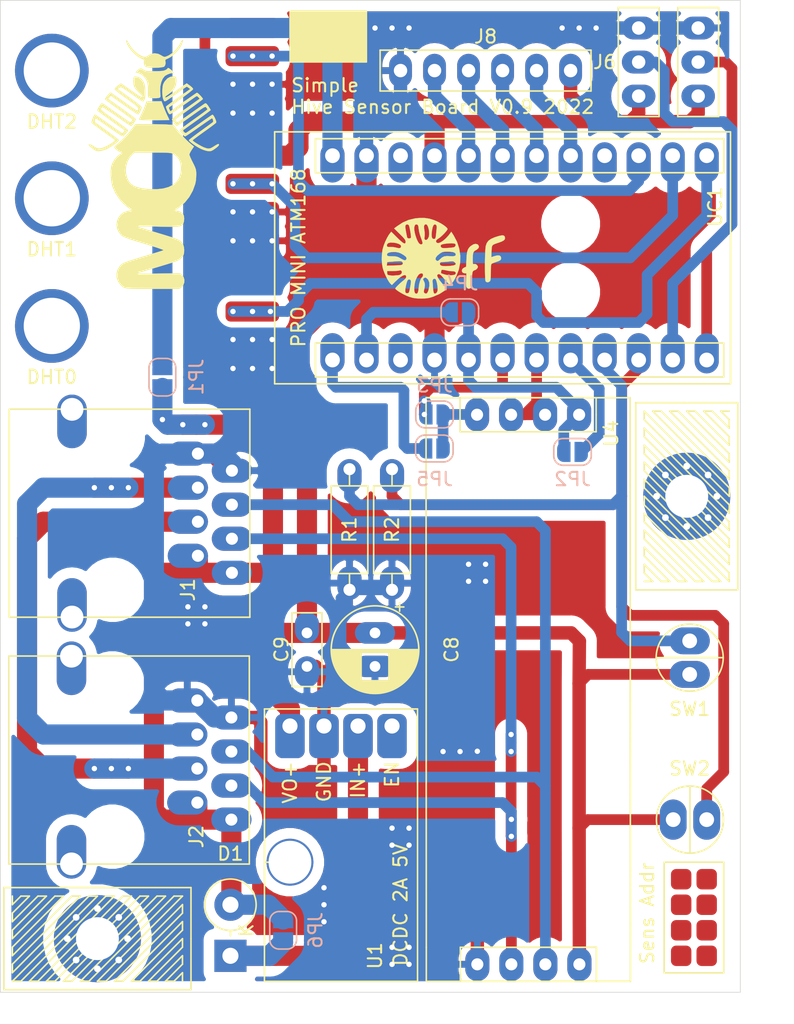
<source format=kicad_pcb>
(kicad_pcb (version 20171130) (host pcbnew 5.1.5+dfsg1-2build2)
  (layers (0 F.Cu signal) (31 B.Cu signal) (34 B.Paste user) (35 F.Paste user) (36 B.SilkS user) (37 F.SilkS user) (38 B.Mask user) (39 F.Mask user) (44 Edge.Cuts user))
  (net 0 "")
  (net 1 /MAX485_DE)
  (net 2 GND)
  (net 3 +5V)
  (net 4 /RS485_A)
  (net 5 /RS485_B)
  (net 6 /MAX485_DI)
  (net 7 /MAX485_RO)
  (net 8 "Net-(UC1-Pad15)")
  (net 9 "Net-(UC1-Pad10)")
  (net 10 +BATT)
  (net 11 "Net-(J1-Pad3)")
  (net 12 "Net-(D1-Pad1)")
  (net 13 "Net-(J1-Pad5)")
  (net 14 /DHT0_DATA)
  (net 15 /DHT1_DATA)
  (net 16 /DHT2_DATA)
  (net 17 /uRXD)
  (net 18 /uTXD)
  (net 19 "Net-(JP2-Pad1)")
  (net 20 "Net-(JP3-Pad1)")
  (net 21 "Net-(UC1-Pad4)")
  (net 22 "Net-(U1-Pad4)")
  (net 23 /GPIO2)
  (net 24 /GPIO3)
  (net 25 /GPIO1)
  (net 26 /GPIO0)
  (net 27 /GPIO4)
  (net 28 /GPIO5)
  (net 29 /GPIO6)
  (net 30 /GPIO7)
  (net 31 "Net-(JP1-Pad2)")
  (module myComponents:8BitNumberPlate (layer F.Cu) (at 76.835 144.78 90)
    (fp_text reference REF** hide)
    (fp_text value 8BitNumberPlate)
    (pad 1 smd roundrect (at 5.715 0 90) (size 1.524 1.524) (layers F.Cu F.Paste F.Mask))
    (pad 1 smd roundrect (at 5.715 1.905 90) (size 1.524 1.524) (layers F.Cu F.Paste F.Mask))
    (pad 1 smd roundrect (at 3.81 0 90) (size 1.524 1.524) (layers F.Cu F.Paste F.Mask))
    (pad 1 smd roundrect (at 3.81 1.905 90) (size 1.524 1.524) (layers F.Cu F.Paste F.Mask))
    (pad 1 smd roundrect (at 1.905 0 90) (size 1.524 1.524) (layers F.Cu F.Paste F.Mask))
    (pad 1 smd roundrect (at 1.905 1.905 90) (size 1.524 1.524) (layers F.Cu F.Paste F.Mask))
    (pad 1 smd roundrect (at 0 1.905 90) (size 1.524 1.524) (layers F.Cu F.Paste F.Mask))
    (pad 1 smd roundrect (at 0 0 90) (size 1.524 1.524) (layers F.Cu F.Paste F.Mask))
  )
  (module myComponents:ma_Logo (layer F.Cu) (at 37.465 85.725 90)
    (fp_text reference G*** hide)
    (fp_text value LOGO hide)
  )
  (module myComponents:xffLogo (layer F.Cu) (at 59.055 92.71)
    (fp_text reference G*** hide)
    (fp_text value LOGO hide)
  )
  (module myComponents:SW520-D5.2P2.5 (layer F.Cu) (at 78.74 134.62 180)
    (fp_text reference SW2 (at 1.27 3.81) (layer F.SilkS))
    (fp_text value SW_Push_45deg)
    (pad 2 thru_hole oval (at 2.5 0 180) (size 2 3) (drill 1.1) (layers *.Cu *.Mask) (net 3 +5V))
    (pad 1 thru_hole oval (at 0 0) (size 2 3) (drill 1.1) (layers *.Cu *.Mask) (net 26 /GPIO0))
  )
  (module myComponents:SW520-D5.2P2.5 (layer F.Cu) (at 77.47 121.285 270)
    (fp_text reference SW1 (at 5.08 0 180) (layer F.SilkS))
    (fp_text value SW_Push_45deg)
    (pad 2 thru_hole oval (at 2.5 0 270) (size 2 3) (drill 1.1) (layers *.Cu *.Mask) (net 3 +5V))
    (pad 1 thru_hole oval (at 0 0 90) (size 2 3) (drill 1.1) (layers *.Cu *.Mask) (net 25 /GPIO1))
  )
  (module Jumper:SolderJumper-2_P1.3mm_Open_RoundedPad1.0x1.5mm (layer B.Cu) (at 38.1 101.615 90)
    (fp_text reference JP1 (at 0.015 2.54 270) (layer B.SilkS) (effects (justify mirror)))
    (fp_text value Sold)
    (pad 2 smd custom (at 0.65 0 90) (size 1 0.5) (layers B.Cu B.Mask) (net 31 "Net-(JP1-Pad2)") (options (clearance outline) (anchor rect)) (primitives (gr_circle (center 0 -0.25) (end 0.5 -0.25) (width 0)) (gr_circle (center 0 0.25) (end 0.5 0.25) (width 0)) (gr_poly (pts (xy 0 0.75) (xy -0.5 0.75) (xy -0.5 -0.75) (xy 0 -0.75)) (width 0))))
    (pad 1 smd custom (at -0.65 0 90) (size 1 0.5) (layers B.Cu B.Mask) (net 10 +BATT) (options (clearance outline) (anchor rect)) (primitives (gr_circle (center 0 -0.25) (end 0.5 -0.25) (width 0)) (gr_circle (center 0 0.25) (end 0.5 0.25) (width 0)) (gr_poly (pts (xy 0 0.75) (xy 0.5 0.75) (xy 0.5 -0.75) (xy 0 -0.75)) (width 0))))
  )
  (module myComponents:Capker_L4.6mm_W2.0mm_P2.50mm (layer F.Cu) (at 48.895 120.69 270)
    (fp_text reference C9 (at 1.23 1.905 90) (layer F.SilkS))
    (fp_text value C)
    (pad 1 thru_hole oval (at 0 0 270) (size 2.3 1.8) (drill 0.8 (offset -0.4 0)) (layers *.Cu *.Mask) (net 3 +5V))
    (pad 2 thru_hole oval (at 2.5 0 270) (size 2.3 1.8) (drill 0.8 (offset 0.4 0)) (layers *.Cu *.Mask) (net 2 GND))
  )
  (module myComponents:RJ45 (layer F.Cu) (at 40.71 125.73 270)
    (fp_text reference J2 (at 10.16 0.07 90) (layer F.SilkS))
    (fp_text value RJ45_Shielded)
    (pad 10 thru_hole oval (at 12.192 9.398 180) (size 2.2 4) (drill 1.7 (offset 0 0.9)) (layers *.Cu *.Mask))
    (pad 10 thru_hole oval (at -3.302 9.398) (size 2.2 4) (drill 1.7 (offset 0 0.9)) (layers *.Cu *.Mask))
    (pad 8 thru_hole oval (at 8.89 -2.54 270) (size 1.8 3) (drill 0.9) (layers *.Cu *.Mask) (net 10 +BATT))
    (pad 7 thru_hole oval (at 7.62 0 270) (size 1.8 3) (drill 0.9 (offset 0 0.75)) (layers *.Cu *.Mask) (net 10 +BATT))
    (pad 6 thru_hole oval (at 6.35 -2.54 270) (size 1.8 3) (drill 0.9) (layers *.Cu *.Mask) (net 4 /RS485_A))
    (pad 5 thru_hole oval (at 5.08 0 270) (size 1.8 3) (drill 0.9 (offset 0 0.75)) (layers *.Cu *.Mask) (net 13 "Net-(J1-Pad5)"))
    (pad 4 thru_hole oval (at 3.81 -2.54 270) (size 1.8 3) (drill 0.9) (layers *.Cu *.Mask) (net 5 /RS485_B))
    (pad 3 thru_hole oval (at 2.54 0 270) (size 1.8 3) (drill 0.9 (offset 0 0.75)) (layers *.Cu *.Mask) (net 11 "Net-(J1-Pad3)"))
    (pad 2 thru_hole oval (at 1.27 -2.54 270) (size 1.8 3) (drill 0.9) (layers *.Cu *.Mask) (net 2 GND))
    (pad 1 thru_hole oval (at 0 0 270) (size 1.8 3) (drill 0.9 (offset 0 0.75)) (layers *.Cu *.Mask) (net 2 GND))
    (pad "" np_thru_hole circle (at -1.27 6.35 270) (size 3.2 3.2) (drill 3.2) (layers *.Cu *.Mask))
    (pad "" np_thru_hole circle (at 10.16 6.35 270) (size 3.2 3.2) (drill 3.2) (layers *.Cu *.Mask))
  )
  (module myComponents:RJ45 (layer F.Cu) (at 40.75 107.315 270)
    (fp_text reference J1 (at 10.16 0.745 90) (layer F.SilkS))
    (fp_text value RJ45_Shielded)
    (pad 10 thru_hole oval (at 12.192 9.398 180) (size 2.2 4) (drill 1.7 (offset 0 0.9)) (layers *.Cu *.Mask))
    (pad 10 thru_hole oval (at -3.302 9.398) (size 2.2 4) (drill 1.7 (offset 0 0.9)) (layers *.Cu *.Mask))
    (pad 8 thru_hole oval (at 8.89 -2.54 270) (size 1.8 3) (drill 0.9) (layers *.Cu *.Mask) (net 10 +BATT))
    (pad 7 thru_hole oval (at 7.62 0 270) (size 1.8 3) (drill 0.9 (offset 0 0.75)) (layers *.Cu *.Mask) (net 10 +BATT))
    (pad 6 thru_hole oval (at 6.35 -2.54 270) (size 1.8 3) (drill 0.9) (layers *.Cu *.Mask) (net 4 /RS485_A))
    (pad 5 thru_hole oval (at 5.08 0 270) (size 1.8 3) (drill 0.9 (offset 0 0.75)) (layers *.Cu *.Mask) (net 13 "Net-(J1-Pad5)"))
    (pad 4 thru_hole oval (at 3.81 -2.54 270) (size 1.8 3) (drill 0.9) (layers *.Cu *.Mask) (net 5 /RS485_B))
    (pad 3 thru_hole oval (at 2.54 0 270) (size 1.8 3) (drill 0.9 (offset 0 0.75)) (layers *.Cu *.Mask) (net 11 "Net-(J1-Pad3)"))
    (pad 2 thru_hole oval (at 1.27 -2.54 270) (size 1.8 3) (drill 0.9) (layers *.Cu *.Mask) (net 2 GND))
    (pad 1 thru_hole oval (at 0 0 270) (size 1.8 3) (drill 0.9 (offset 0 0.75)) (layers *.Cu *.Mask) (net 2 GND))
    (pad "" np_thru_hole circle (at -1.27 6.35 270) (size 3.2 3.2) (drill 3.2) (layers *.Cu *.Mask))
    (pad "" np_thru_hole circle (at 10.16 6.35 270) (size 3.2 3.2) (drill 3.2) (layers *.Cu *.Mask))
  )
  (module myComponents:ProMiniCloneSocket_noAnalogPins (layer F.Cu) (at 78.74 85.09 270)
    (fp_text reference UC1 (at 3.81 -0.635 90) (layer F.SilkS))
    (fp_text value ProMiniClone)
    (fp_text user "PRO MINI ATM168" (at 7.62 30.48 270) (layer F.SilkS))
    (pad "" np_thru_hole circle (at 5.08 10.16 270) (size 2.8 2.8) (drill 2.8) (layers *.Cu *.Mask))
    (pad "" np_thru_hole circle (at 10.16 10.16 270) (size 2.8 2.8) (drill 2.8) (layers *.Cu *.Mask))
    (pad 1 thru_hole oval (at 0 0 270) (size 3 1.8) (drill 1.1 (offset 0.5 0)) (layers *.Cu *.Mask) (net 14 /DHT0_DATA))
    (pad 2 thru_hole oval (at 0 2.54 270) (size 3 1.8) (drill 1.1 (offset 0.5 0)) (layers *.Cu *.Mask) (net 15 /DHT1_DATA))
    (pad 3 thru_hole oval (at 0 5.08 270) (size 3 1.8) (drill 1.1 (offset 0.5 0)) (layers *.Cu *.Mask) (net 16 /DHT2_DATA))
    (pad 4 thru_hole oval (at 0 7.62 270) (size 3 1.8) (drill 1.1 (offset 0.5 0)) (layers *.Cu *.Mask) (net 21 "Net-(UC1-Pad4)"))
    (pad 5 thru_hole oval (at 0 10.16 270) (size 3 1.8) (drill 1.1 (offset 0.5 0)) (layers *.Cu *.Mask) (net 27 /GPIO4))
    (pad 6 thru_hole oval (at 0 12.7 270) (size 3 1.8) (drill 1.1 (offset 0.5 0)) (layers *.Cu *.Mask) (net 28 /GPIO5))
    (pad 7 thru_hole oval (at 0 15.24 270) (size 3 1.8) (drill 1.1 (offset 0.5 0)) (layers *.Cu *.Mask) (net 29 /GPIO6))
    (pad 8 thru_hole oval (at 0 17.78 270) (size 3 1.8) (drill 1.1 (offset 0.5 0)) (layers *.Cu *.Mask) (net 30 /GPIO7))
    (pad 9 thru_hole oval (at 0 20.32 270) (size 3 1.8) (drill 1.1 (offset 0.5 0)) (layers *.Cu *.Mask) (net 3 +5V))
    (pad 10 thru_hole oval (at 0 22.86 270) (size 3 1.8) (drill 1.1 (offset 0.5 0)) (layers *.Cu *.Mask) (net 9 "Net-(UC1-Pad10)"))
    (pad 11 thru_hole oval (at 0 25.4 270) (size 3 1.8) (drill 1.1 (offset 0.5 0)) (layers *.Cu *.Mask) (net 2 GND))
    (pad 12 thru_hole oval (at 0 27.94 270) (size 3 1.8) (drill 1.1 (offset 0.5 0)) (layers *.Cu *.Mask) (net 31 "Net-(JP1-Pad2)"))
    (pad 19 thru_hole oval (at 15.24 12.7 90) (size 3 1.8) (drill 1.1 (offset 0.5 0)) (layers *.Cu *.Mask) (net 1 /MAX485_DE))
    (pad 17 thru_hole oval (at 15.24 17.78 90) (size 3 1.8) (drill 1.1 (offset 0.5 0)) (layers *.Cu *.Mask) (net 7 /MAX485_RO))
    (pad 15 thru_hole oval (at 15.24 22.86 90) (size 3 1.8) (drill 1.1 (offset 0.5 0)) (layers *.Cu *.Mask) (net 8 "Net-(UC1-Pad15)"))
    (pad 22 thru_hole oval (at 15.24 5.08 90) (size 3 1.8) (drill 1.1 (offset 0.5 0)) (layers *.Cu *.Mask) (net 26 /GPIO0))
    (pad 20 thru_hole oval (at 15.24 10.16 90) (size 3 1.8) (drill 1.1 (offset 0.5 0)) (layers *.Cu *.Mask) (net 19 "Net-(JP2-Pad1)"))
    (pad 16 thru_hole oval (at 15.24 20.32 90) (size 3 1.8) (drill 1.1 (offset 0.5 0)) (layers *.Cu *.Mask) (net 2 GND))
    (pad 23 thru_hole oval (at 15.24 2.54 90) (size 3 1.8) (drill 1.1 (offset 0.5 0)) (layers *.Cu *.Mask) (net 23 /GPIO2))
    (pad 14 thru_hole oval (at 15.24 25.4 90) (size 3 1.8) (drill 1.1 (offset 0.5 0)) (layers *.Cu *.Mask) (net 17 /uRXD))
    (pad 24 thru_hole oval (at 15.24 0 90) (size 3 1.8) (drill 1.1 (offset 0.5 0)) (layers *.Cu *.Mask) (net 24 /GPIO3))
    (pad 18 thru_hole oval (at 15.24 15.24 90) (size 3 1.8) (drill 1.1 (offset 0.5 0)) (layers *.Cu *.Mask) (net 20 "Net-(JP3-Pad1)"))
    (pad 13 thru_hole oval (at 15.24 27.94 90) (size 3 1.8) (drill 1.1 (offset 0.5 0)) (layers *.Cu *.Mask) (net 18 /uTXD))
    (pad 21 thru_hole oval (at 15.24 7.62 90) (size 3 1.8) (drill 1.1 (offset 0.5 0)) (layers *.Cu *.Mask) (net 25 /GPIO1))
  )
  (module "myComponents:M3 mechanical" (layer F.Cu) (at 77.25 110.5 180)
    (fp_text reference REF** hide)
    (fp_text value "M3 mechanical" hide)
    (pad "" thru_hole circle (at 0 0 180) (size 6.5 6.5) (drill 3.2) (layers *.Cu *.Mask))
    (pad 1 thru_hole circle (at -2.25 0 180) (size 0.8 0.8) (drill 0.5) (layers *.Cu *.Mask))
    (pad 1 thru_hole circle (at -1.59099 -1.59099 180) (size 0.8 0.8) (drill 0.5) (layers *.Cu *.Mask))
    (pad 1 thru_hole circle (at 1.59099 1.59099 180) (size 0.8 0.8) (drill 0.5) (layers *.Cu *.Mask))
    (pad 1 thru_hole circle (at 0 2.25 180) (size 0.8 0.8) (drill 0.5) (layers *.Cu *.Mask))
    (pad 1 thru_hole circle (at 0 -2.25 180) (size 0.8 0.8) (drill 0.5) (layers *.Cu *.Mask))
    (pad 1 thru_hole circle (at 1.59099 -1.59099 180) (size 0.8 0.8) (drill 0.5) (layers *.Cu *.Mask))
    (pad 1 thru_hole circle (at -1.59099 1.59099 180) (size 0.8 0.8) (drill 0.5) (layers *.Cu *.Mask))
    (pad 1 thru_hole circle (at 2.25 0 180) (size 0.8 0.8) (drill 0.5) (layers *.Cu *.Mask))
  )
  (module "myComponents:M3 mechanical" (layer F.Cu) (at 33.25 143.5 90)
    (fp_text reference REF** hide)
    (fp_text value "M3 mechanical" hide)
    (pad 1 thru_hole circle (at 2.25 0 90) (size 0.8 0.8) (drill 0.5) (layers *.Cu *.Mask))
    (pad 1 thru_hole circle (at -1.59099 1.59099 90) (size 0.8 0.8) (drill 0.5) (layers *.Cu *.Mask))
    (pad 1 thru_hole circle (at 1.59099 -1.59099 90) (size 0.8 0.8) (drill 0.5) (layers *.Cu *.Mask))
    (pad 1 thru_hole circle (at 0 -2.25 90) (size 0.8 0.8) (drill 0.5) (layers *.Cu *.Mask))
    (pad 1 thru_hole circle (at 0 2.25 90) (size 0.8 0.8) (drill 0.5) (layers *.Cu *.Mask))
    (pad 1 thru_hole circle (at 1.59099 1.59099 90) (size 0.8 0.8) (drill 0.5) (layers *.Cu *.Mask))
    (pad 1 thru_hole circle (at -1.59099 -1.59099 90) (size 0.8 0.8) (drill 0.5) (layers *.Cu *.Mask))
    (pad 1 thru_hole circle (at -2.25 0 90) (size 0.8 0.8) (drill 0.5) (layers *.Cu *.Mask))
    (pad "" thru_hole circle (at 0 0 90) (size 6.5 6.5) (drill 3.2) (layers *.Cu *.Mask))
  )
  (module myComponents:PinHeader_1x6_P2.54mm_widePads (layer F.Cu) (at 68.58 78.74 270)
    (fp_text reference J8 (at -2.54 6.35 180) (layer F.SilkS))
    (fp_text value Conn_01x06_Male hide)
    (pad 4 thru_hole oval (at 0 7.62 270) (size 2.5 1.7) (drill 1) (layers *.Cu *.Mask) (net 29 /GPIO6))
    (pad 5 thru_hole oval (at 0 10.16 270) (size 2.5 1.7) (drill 1) (layers *.Cu *.Mask) (net 30 /GPIO7))
    (pad 6 thru_hole oval (at 0 12.7 270) (size 2.5 1.7) (drill 1) (layers *.Cu *.Mask) (net 2 GND))
    (pad 3 thru_hole oval (at 0 5.08 270) (size 2.5 1.7) (drill 1) (layers *.Cu *.Mask) (net 28 /GPIO5))
    (pad 2 thru_hole oval (at 0 2.54 270) (size 2.5 1.7) (drill 1) (layers *.Cu *.Mask) (net 27 /GPIO4))
    (pad 1 thru_hole oval (at 0 0 270) (size 2.5 1.7) (drill 1) (layers *.Cu *.Mask) (net 3 +5V))
  )
  (module myComponents:Con_CopperPad1.5mmx4x4_withHole (layer F.Cu) (at 29.845 97.79)
    (fp_text reference J3 hide)
    (fp_text value Conn_01x04_Male hide)
    (pad 3 smd roundrect (at 13.97 1.025) (size 4 1.5) (drill (offset 1 0)) (layers F.Cu F.Paste F.Mask) (net 2 GND))
    (pad "" thru_hole circle (at 0 0) (size 5.5 5.5) (drill 4.2) (layers *.Cu *.Mask))
    (pad 1 smd roundrect (at 13.97 -3.175) (size 4 1.5) (drill (offset 1 0)) (layers F.Cu F.Paste F.Mask) (net 3 +5V))
    (pad 2 smd roundrect (at 13.97 -1.075) (size 4 1.5) (drill (offset 1 0)) (layers F.Cu F.Paste F.Mask) (net 14 /DHT0_DATA))
    (pad 4 smd roundrect (at 13.97 3.175) (size 4 1.5) (drill (offset 1 0)) (layers F.Cu F.Paste F.Mask) (net 2 GND))
  )
  (module myComponents:Con_CopperPad1.5mmx4x4_withHole (layer F.Cu) (at 29.845 88.265)
    (fp_text reference J4 hide)
    (fp_text value Conn_01x04_Male hide)
    (pad 3 smd roundrect (at 13.97 1.025) (size 4 1.5) (drill (offset 1 0)) (layers F.Cu F.Paste F.Mask) (net 2 GND))
    (pad "" thru_hole circle (at 0 0) (size 5.5 5.5) (drill 4.2) (layers *.Cu *.Mask))
    (pad 1 smd roundrect (at 13.97 -3.175) (size 4 1.5) (drill (offset 1 0)) (layers F.Cu F.Paste F.Mask) (net 3 +5V))
    (pad 2 smd roundrect (at 13.97 -1.075) (size 4 1.5) (drill (offset 1 0)) (layers F.Cu F.Paste F.Mask) (net 15 /DHT1_DATA))
    (pad 4 smd roundrect (at 13.97 3.175) (size 4 1.5) (drill (offset 1 0)) (layers F.Cu F.Paste F.Mask) (net 2 GND))
  )
  (module myComponents:Con_CopperPad1.5mmx4x4_withHole (layer F.Cu) (at 29.845 78.74)
    (fp_text reference J5 hide)
    (fp_text value Conn_01x04_Male hide)
    (pad 3 smd roundrect (at 13.97 1.025) (size 4 1.5) (drill (offset 1 0)) (layers F.Cu F.Paste F.Mask) (net 2 GND))
    (pad "" thru_hole circle (at 0 0) (size 5.5 5.5) (drill 4.2) (layers *.Cu *.Mask))
    (pad 1 smd roundrect (at 13.97 -3.175) (size 4 1.5) (drill (offset 1 0)) (layers F.Cu F.Paste F.Mask) (net 3 +5V))
    (pad 2 smd roundrect (at 13.97 -1.075) (size 4 1.5) (drill (offset 1 0)) (layers F.Cu F.Paste F.Mask) (net 16 /DHT2_DATA))
    (pad 4 smd roundrect (at 13.97 3.175) (size 4 1.5) (drill (offset 1 0)) (layers F.Cu F.Paste F.Mask) (net 2 GND))
  )
  (module myComponents:PinHeader_1x3_P2.54mm_widePads (layer F.Cu) (at 78.105 80.645 180)
    (fp_text reference J7 hide)
    (fp_text value Conn_01x03_Male hide)
    (pad 3 thru_hole oval (at 0 5.08 180) (size 2.5 1.7) (drill 1) (layers *.Cu *.Mask) (net 2 GND))
    (pad 2 thru_hole oval (at 0 2.54 180) (size 2.5 1.7) (drill 1) (layers *.Cu *.Mask) (net 24 /GPIO3))
    (pad 1 thru_hole oval (at 0 0 180) (size 2.5 1.7) (drill 1) (layers *.Cu *.Mask) (net 3 +5V))
  )
  (module myComponents:PinHeader_1x3_P2.54mm_widePads (layer F.Cu) (at 73.66 80.645 180)
    (fp_text reference J6 (at 2.54 2.54) (layer F.SilkS))
    (fp_text value Conn_01x03_Male hide)
    (pad 3 thru_hole oval (at 0 5.08 180) (size 2.5 1.7) (drill 1) (layers *.Cu *.Mask) (net 2 GND))
    (pad 2 thru_hole oval (at 0 2.54 180) (size 2.5 1.7) (drill 1) (layers *.Cu *.Mask) (net 23 /GPIO2))
    (pad 1 thru_hole oval (at 0 0 180) (size 2.5 1.7) (drill 1) (layers *.Cu *.Mask) (net 3 +5V))
  )
  (module myComponents:MAX485_module (layer F.Cu) (at 69.215 104.415 270)
    (fp_text reference U4 (at 1.4 -2.4 90) (layer F.SilkS))
    (fp_text value MAX48_module)
    (pad 6 thru_hole oval (at 41 5.06 90) (size 2.5 1.8) (drill 0.9) (layers *.Cu *.Mask) (net 4 /RS485_A))
    (pad 7 thru_hole oval (at 41 2.52 90) (size 2.5 1.8) (drill 0.9) (layers *.Cu *.Mask) (net 5 /RS485_B))
    (pad 5 thru_hole oval (at 41 7.6 90) (size 2.5 1.8) (drill 0.9) (layers *.Cu *.Mask) (net 2 GND))
    (pad 8 thru_hole oval (at 41 -0.02 90) (size 2.5 1.8) (drill 0.9) (layers *.Cu *.Mask) (net 3 +5V))
    (pad 4 thru_hole oval (at 0 7.62 270) (size 2.5 1.8) (drill 0.9) (layers *.Cu *.Mask) (net 6 /MAX485_DI))
    (pad 3 thru_hole oval (at 0 5.08 270) (size 2.5 1.8) (drill 0.9) (layers *.Cu *.Mask) (net 1 /MAX485_DE))
    (pad 2 thru_hole oval (at 0 2.54 270) (size 2.5 1.8) (drill 0.9) (layers *.Cu *.Mask) (net 1 /MAX485_DE))
    (pad 1 thru_hole oval (at 0 0 270) (size 2.5 1.8) (drill 0.9) (layers *.Cu *.Mask) (net 7 /MAX485_RO))
  )
  (module Jumper:SolderJumper-2_P1.3mm_Open_RoundedPad1.0x1.5mm (layer B.Cu) (at 47.117 142.875 90)
    (fp_text reference JP6 (at 0 2.413 90) (layer B.SilkS) (effects (justify mirror)))
    (fp_text value Sold)
    (pad 2 smd custom (at 0.65 0 90) (size 1 0.5) (layers B.Cu B.Mask) (net 10 +BATT) (options (clearance outline) (anchor rect)) (primitives (gr_circle (center 0 -0.25) (end 0.5 -0.25) (width 0)) (gr_circle (center 0 0.25) (end 0.5 0.25) (width 0)) (gr_poly (pts (xy 0 0.75) (xy -0.5 0.75) (xy -0.5 -0.75) (xy 0 -0.75)) (width 0))))
    (pad 1 smd custom (at -0.65 0 90) (size 1 0.5) (layers B.Cu B.Mask) (net 12 "Net-(D1-Pad1)") (options (clearance outline) (anchor rect)) (primitives (gr_circle (center 0 -0.25) (end 0.5 -0.25) (width 0)) (gr_circle (center 0 0.25) (end 0.5 0.25) (width 0)) (gr_poly (pts (xy 0 0.75) (xy 0.5 0.75) (xy 0.5 -0.75) (xy 0 -0.75)) (width 0))))
  )
  (module "myComponents:Step Down 1.8V 2.5V 3.3V 5V 9V 12V (08-17V) 3A" (layer F.Cu) (at 55.245 127.635 270)
    (fp_text reference U1 (at 17.145 1.27 270) (layer F.SilkS))
    (fp_text value QSKJ_DCDC_1.8,2.5,3.3,5,9,12 hide)
    (fp_text user "DCDC 2A 5V" (at 13.335 -0.635 270) (layer F.SilkS))
    (fp_text user VO+ (at 2.54 7.62 90) (layer F.SilkS) (effects (justify right)))
    (fp_text user GND (at 2.54 5.08 90) (layer F.SilkS) (effects (justify right)))
    (fp_text user IN+ (at 2.54 2.54 90) (layer F.SilkS) (effects (justify right)))
    (fp_text user EN (at 2.54 0 270) (layer F.SilkS) (effects (justify right)))
    (pad "" np_thru_hole circle (at 10.16 7.62 270) (size 3.5 3.5) (drill 3.2) (layers *.Cu *.Mask))
    (pad 1 thru_hole roundrect (at 0 7.62 270) (size 3.3 2.2) (drill 1.13 (offset 0.75 0)) (layers *.Cu *.Mask) (net 3 +5V))
    (pad 2 thru_hole roundrect (at 0 5.08 270) (size 3.3 2.2) (drill 1.13 (offset 0.75 0)) (layers *.Cu *.Mask) (net 2 GND))
    (pad 3 thru_hole roundrect (at 0 2.54 270) (size 3.3 2.2) (drill 1.13 (offset 0.75 0)) (layers *.Cu *.Mask) (net 12 "Net-(D1-Pad1)"))
    (pad 4 thru_hole roundrect (at 0 0 270) (size 3.3 2.2) (drill 1.13 (offset 0.75 0)) (layers *.Cu *.Mask) (net 22 "Net-(U1-Pad4)"))
  )
  (module Jumper:SolderJumper-2_P1.3mm_Open_RoundedPad1.0x1.5mm (layer B.Cu) (at 58.405 106.934 180)
    (fp_text reference JP5 (at -0.015 -2.286) (layer B.SilkS) (effects (justify mirror)))
    (fp_text value Sold)
    (pad 2 smd custom (at 0.65 0 180) (size 1 0.5) (layers B.Cu B.Mask) (net 18 /uTXD) (options (clearance outline) (anchor rect)) (primitives (gr_circle (center 0 -0.25) (end 0.5 -0.25) (width 0)) (gr_circle (center 0 0.25) (end 0.5 0.25) (width 0)) (gr_poly (pts (xy 0 0.75) (xy -0.5 0.75) (xy -0.5 -0.75) (xy 0 -0.75)) (width 0))))
    (pad 1 smd custom (at -0.65 0 180) (size 1 0.5) (layers B.Cu B.Mask) (net 6 /MAX485_DI) (options (clearance outline) (anchor rect)) (primitives (gr_circle (center 0 -0.25) (end 0.5 -0.25) (width 0)) (gr_circle (center 0 0.25) (end 0.5 0.25) (width 0)) (gr_poly (pts (xy 0 0.75) (xy 0.5 0.75) (xy 0.5 -0.75) (xy 0 -0.75)) (width 0))))
  )
  (module Jumper:SolderJumper-2_P1.3mm_Open_RoundedPad1.0x1.5mm (layer B.Cu) (at 60.31 96.774 180)
    (fp_text reference JP4 (at -0.015 2.159) (layer B.SilkS) (effects (justify mirror)))
    (fp_text value Sold)
    (pad 2 smd custom (at 0.65 0 180) (size 1 0.5) (layers B.Cu B.Mask) (net 17 /uRXD) (options (clearance outline) (anchor rect)) (primitives (gr_circle (center 0 -0.25) (end 0.5 -0.25) (width 0)) (gr_circle (center 0 0.25) (end 0.5 0.25) (width 0)) (gr_poly (pts (xy 0 0.75) (xy -0.5 0.75) (xy -0.5 -0.75) (xy 0 -0.75)) (width 0))))
    (pad 1 smd custom (at -0.65 0 180) (size 1 0.5) (layers B.Cu B.Mask) (net 7 /MAX485_RO) (options (clearance outline) (anchor rect)) (primitives (gr_circle (center 0 -0.25) (end 0.5 -0.25) (width 0)) (gr_circle (center 0 0.25) (end 0.5 0.25) (width 0)) (gr_poly (pts (xy 0 0.75) (xy 0.5 0.75) (xy 0.5 -0.75) (xy 0 -0.75)) (width 0))))
  )
  (module Jumper:SolderJumper-2_P1.3mm_Open_RoundedPad1.0x1.5mm (layer B.Cu) (at 58.42 104.394)
    (fp_text reference JP3 (at 0 -2.159) (layer B.SilkS) (effects (justify mirror)))
    (fp_text value Sold)
    (pad 2 smd custom (at 0.65 0) (size 1 0.5) (layers B.Cu B.Mask) (net 6 /MAX485_DI) (options (clearance outline) (anchor rect)) (primitives (gr_circle (center 0 -0.25) (end 0.5 -0.25) (width 0)) (gr_circle (center 0 0.25) (end 0.5 0.25) (width 0)) (gr_poly (pts (xy 0 0.75) (xy -0.5 0.75) (xy -0.5 -0.75) (xy 0 -0.75)) (width 0))))
    (pad 1 smd custom (at -0.65 0) (size 1 0.5) (layers B.Cu B.Mask) (net 20 "Net-(JP3-Pad1)") (options (clearance outline) (anchor rect)) (primitives (gr_circle (center 0 -0.25) (end 0.5 -0.25) (width 0)) (gr_circle (center 0 0.25) (end 0.5 0.25) (width 0)) (gr_poly (pts (xy 0 0.75) (xy 0.5 0.75) (xy 0.5 -0.75) (xy 0 -0.75)) (width 0))))
  )
  (module Jumper:SolderJumper-2_P1.3mm_Open_RoundedPad1.0x1.5mm (layer B.Cu) (at 68.722 107.188 180)
    (fp_text reference JP2 (at 0 -2.032) (layer B.SilkS) (effects (justify mirror)))
    (fp_text value Sold)
    (pad 2 smd custom (at 0.65 0 180) (size 1 0.5) (layers B.Cu B.Mask) (net 7 /MAX485_RO) (options (clearance outline) (anchor rect)) (primitives (gr_circle (center 0 -0.25) (end 0.5 -0.25) (width 0)) (gr_circle (center 0 0.25) (end 0.5 0.25) (width 0)) (gr_poly (pts (xy 0 0.75) (xy -0.5 0.75) (xy -0.5 -0.75) (xy 0 -0.75)) (width 0))))
    (pad 1 smd custom (at -0.65 0 180) (size 1 0.5) (layers B.Cu B.Mask) (net 19 "Net-(JP2-Pad1)") (options (clearance outline) (anchor rect)) (primitives (gr_circle (center 0 -0.25) (end 0.5 -0.25) (width 0)) (gr_circle (center 0 0.25) (end 0.5 0.25) (width 0)) (gr_poly (pts (xy 0 0.75) (xy 0.5 0.75) (xy 0.5 -0.75) (xy 0 -0.75)) (width 0))))
  )
  (module myComponents:CAP_Radial_D6.3mm_P2.50mm100uF16V (layer F.Cu) (at 53.975 120.69 270)
    (fp_text reference C8 (at 1.25 -5.715 270) (layer F.SilkS))
    (fp_text value CP1)
    (pad 2 thru_hole oval (at 2.5 0 270) (size 1.6 3) (drill 0.8) (layers *.Cu *.Mask) (net 2 GND))
    (pad 1 thru_hole oval (at 0 0) (size 3 1.6) (drill 0.8) (layers *.Cu *.Mask) (net 3 +5V))
  )
  (module Diode_THT:D_DO-15_P3.81mm_Vertical_KathodeUp (layer F.Cu) (at 43.18 144.78 90)
    (fp_text reference D1 (at 7.62 0 180) (layer F.SilkS))
    (fp_text value D_ALT)
    (fp_text user K (at 1.9 1.2 90) (layer F.SilkS))
    (pad 2 thru_hole oval (at 3.81 0 90) (size 2.4 2.4) (drill 1.2) (layers *.Cu *.Mask) (net 10 +BATT))
    (pad 1 thru_hole rect (at 0 0 90) (size 2.4 2.4) (drill 1.2) (layers *.Cu *.Mask) (net 12 "Net-(D1-Pad1)"))
  )
  (module myComponents:resistor0.25,9mm (layer F.Cu) (at 55.245 117.475 90)
    (fp_text reference R2 (at 4.48 0 90) (layer F.SilkS))
    (fp_text value R)
    (pad 2 thru_hole oval (at 9 0 90) (size 2.5 1.8) (drill 0.9 (offset -0.5 0)) (layers *.Cu *.Mask) (net 26 /GPIO0))
    (pad 1 thru_hole oval (at 0 0 90) (size 2.5 1.8) (drill 0.9 (offset 0.5 0)) (layers *.Cu *.Mask) (net 2 GND))
  )
  (module myComponents:resistor0.25,9mm (layer F.Cu) (at 52.07 117.475 90)
    (fp_text reference R1 (at 4.48 0 90) (layer F.SilkS))
    (fp_text value R)
    (pad 2 thru_hole oval (at 9 0 90) (size 2.5 1.8) (drill 0.9 (offset -0.5 0)) (layers *.Cu *.Mask) (net 25 /GPIO1))
    (pad 1 thru_hole oval (at 0 0 90) (size 2.5 1.8) (drill 0.9 (offset 0.5 0)) (layers *.Cu *.Mask) (net 2 GND))
  )
  (gr_text "Sens Addr" (at 74.295 141.605 90) (layer F.SilkS) (effects (font (size 1 1))))
  (gr_poly (pts (xy 53.34 78.105) (xy 47.625 78.105) (xy 47.625 74.295) (xy 53.34 74.295)) (layer F.SilkS) (width 0.1))
  (gr_text "Simple\nHive Sensor Board V0.9 2022" (at 47.625 80.645) (layer F.SilkS) (effects (font (size 1 1)) (justify left)))
  (gr_line (start 75.565 146.05) (end 75.565 137.795) (layer F.SilkS) (width 0.12))
  (gr_line (start 80.01 146.05) (end 75.565 146.05) (layer F.SilkS) (width 0.12))
  (gr_line (start 80.01 137.795) (end 80.01 146.05) (layer F.SilkS) (width 0.12))
  (gr_line (start 75.565 137.795) (end 80.01 137.795) (layer F.SilkS) (width 0.12))
  (gr_text DHT0 (at 29.845 101.6) (layer F.SilkS) (effects (font (size 1 1))))
  (gr_text DHT1 (at 29.845 92.075) (layer F.SilkS) (effects (font (size 1 1))))
  (gr_text DHT2 (at 29.845 82.55) (layer F.SilkS) (effects (font (size 1 1))))
  (gr_line (start 81.25 103.5) (end 81.25 147.5) (layer Edge.Cuts) (width 0.05))
  (gr_line (start 26 147.5) (end 81.25 147.5) (layer Edge.Cuts) (width 0.05))
  (gr_line (start 26 73.5) (end 26 147.5) (layer Edge.Cuts) (width 0.05))
  (gr_line (start 81.25 73.5) (end 26 73.5) (layer Edge.Cuts) (width 0.05))
  (gr_line (start 81.25 103.5) (end 81.25 73.5) (layer Edge.Cuts) (width 0.05))
  (segment (start 64.135 104.415) (end 65.13 104.415) (width 0.8) (layer F.Cu) (net 1))
  (segment (start 65.13 104.415) (end 66.04 103.505) (width 0.8) (layer F.Cu) (net 1))
  (segment (start 66.04 103.505) (end 66.04 100.33) (width 0.8) (layer F.Cu) (net 1))
  (segment (start 66.675 104.415) (end 64.135 104.415) (width 0.8) (layer F.Cu) (net 1))
  (segment (start 66.675 104.14) (end 66.04 103.505) (width 0.8) (layer F.Cu) (net 1))
  (segment (start 66.675 104.415) (end 66.675 104.14) (width 0.8) (layer F.Cu) (net 1))
  (via (at 43.3705 100.965) (size 0.8) (drill 0.4) (layers F.Cu B.Cu) (net 2))
  (via (at 44.831 100.965) (size 0.8) (drill 0.4) (layers F.Cu B.Cu) (net 2))
  (via (at 46.2915 100.965) (size 0.8) (drill 0.4) (layers F.Cu B.Cu) (net 2))
  (via (at 43.3705 98.806) (size 0.8) (drill 0.4) (layers F.Cu B.Cu) (net 2))
  (via (at 44.831 98.806) (size 0.8) (drill 0.4) (layers F.Cu B.Cu) (net 2))
  (via (at 46.2915 98.806) (size 0.8) (drill 0.4) (layers F.Cu B.Cu) (net 2))
  (via (at 43.3705 91.44) (size 0.8) (drill 0.4) (layers F.Cu B.Cu) (net 2))
  (via (at 44.831 91.44) (size 0.8) (drill 0.4) (layers F.Cu B.Cu) (net 2))
  (via (at 46.2915 91.44) (size 0.8) (drill 0.4) (layers F.Cu B.Cu) (net 2))
  (via (at 43.3705 89.281) (size 0.8) (drill 0.4) (layers F.Cu B.Cu) (net 2))
  (via (at 44.831 89.281) (size 0.8) (drill 0.4) (layers F.Cu B.Cu) (net 2))
  (via (at 46.2915 89.281) (size 0.8) (drill 0.4) (layers F.Cu B.Cu) (net 2))
  (via (at 43.3705 81.915) (size 0.8) (drill 0.4) (layers F.Cu B.Cu) (net 2))
  (via (at 44.831 81.915) (size 0.8) (drill 0.4) (layers F.Cu B.Cu) (net 2))
  (via (at 46.2915 81.915) (size 0.8) (drill 0.4) (layers F.Cu B.Cu) (net 2))
  (via (at 43.3705 79.756) (size 0.8) (drill 0.4) (layers F.Cu B.Cu) (net 2))
  (via (at 44.831 79.756) (size 0.8) (drill 0.4) (layers F.Cu B.Cu) (net 2))
  (via (at 46.2915 79.756) (size 0.8) (drill 0.4) (layers F.Cu B.Cu) (net 2))
  (segment (start 50.165 127.635) (end 50.165 130.81) (width 1) (layer F.Cu) (net 2))
  (segment (start 50.165 130.81) (end 49.53 131.445) (width 1) (layer F.Cu) (net 2))
  (segment (start 49.53 131.445) (end 46.355 131.445) (width 1) (layer F.Cu) (net 2))
  (segment (start 45.45001 130.54001) (end 45.45001 127.36501) (width 1) (layer F.Cu) (net 2))
  (segment (start 46.355 131.445) (end 45.45001 130.54001) (width 1) (layer F.Cu) (net 2))
  (segment (start 45.085 127) (end 43.25 127) (width 1) (layer F.Cu) (net 2))
  (segment (start 45.45001 127.36501) (end 45.085 127) (width 1) (layer F.Cu) (net 2))
  (segment (start 50.165 127.635) (end 50.165 123.825) (width 1) (layer F.Cu) (net 2))
  (segment (start 50.165 123.825) (end 49.53 123.19) (width 1) (layer F.Cu) (net 2))
  (segment (start 49.53 123.19) (end 48.895 123.19) (width 1) (layer F.Cu) (net 2))
  (segment (start 50.165 123.825) (end 50.8 123.19) (width 1) (layer F.Cu) (net 2))
  (segment (start 50.8 123.19) (end 53.975 123.19) (width 1) (layer F.Cu) (net 2))
  (segment (start 61.615 145.415) (end 61.615 129.52) (width 1) (layer F.Cu) (net 2))
  (segment (start 60.96 123.19) (end 53.975 123.19) (width 1) (layer F.Cu) (net 2))
  (segment (start 61.615 123.845) (end 60.96 123.19) (width 1) (layer F.Cu) (net 2))
  (segment (start 42.02 107.315) (end 43.29 108.585) (width 1.5) (layer F.Cu) (net 2))
  (segment (start 40.75 107.315) (end 42.02 107.315) (width 1.5) (layer F.Cu) (net 2))
  (segment (start 58.42 91.186) (end 57.667 90.433) (width 1.5) (layer F.Cu) (net 2))
  (segment (start 53.34 85.09) (end 53.34 90.424) (width 1.5) (layer F.Cu) (net 2))
  (segment (start 57.667 90.433) (end 53.34 90.424) (width 1.5) (layer F.Cu) (net 2))
  (segment (start 46.2825 98.815) (end 46.2915 98.806) (width 1.5) (layer F.Cu) (net 2))
  (segment (start 43.815 98.815) (end 46.2825 98.815) (width 1.5) (layer F.Cu) (net 2))
  (segment (start 43.815 98.815) (end 47.87 98.815) (width 1.5) (layer F.Cu) (net 2))
  (segment (start 47.87 98.815) (end 50.165 96.52) (width 1.5) (layer F.Cu) (net 2))
  (segment (start 50.165 96.52) (end 58.42 96.52) (width 1.5) (layer F.Cu) (net 2))
  (segment (start 58.42 96.52) (end 58.42 91.186) (width 1.5) (layer F.Cu) (net 2))
  (segment (start 58.42 100.33) (end 58.42 96.52) (width 1.5) (layer F.Cu) (net 2))
  (segment (start 46.2915 98.806) (end 43.3705 98.806) (width 1.5) (layer B.Cu) (net 2))
  (segment (start 43.3705 98.806) (end 43.3705 106.4895) (width 1.5) (layer B.Cu) (net 2))
  (segment (start 42.545 107.315) (end 40.75 107.315) (width 1.5) (layer B.Cu) (net 2))
  (segment (start 43.3705 106.4895) (end 42.545 107.315) (width 1.5) (layer B.Cu) (net 2))
  (segment (start 43.29 108.06) (end 42.545 107.315) (width 1.5) (layer B.Cu) (net 2))
  (segment (start 43.29 108.585) (end 43.29 108.06) (width 1.5) (layer B.Cu) (net 2))
  (segment (start 46.2915 100.965) (end 41.91 100.965) (width 0.8) (layer B.Cu) (net 2))
  (segment (start 41.91 100.965) (end 41.275 100.33) (width 0.8) (layer B.Cu) (net 2))
  (segment (start 41.275 100.33) (end 41.275 99.06) (width 0.8) (layer B.Cu) (net 2))
  (segment (start 41.529 98.806) (end 46.2915 98.806) (width 0.8) (layer B.Cu) (net 2))
  (segment (start 41.275 99.06) (end 41.529 98.806) (width 0.8) (layer B.Cu) (net 2))
  (segment (start 46.2915 91.44) (end 41.91 91.44) (width 0.8) (layer B.Cu) (net 2))
  (segment (start 41.91 91.44) (end 41.275 90.805) (width 0.8) (layer B.Cu) (net 2))
  (segment (start 41.275 90.805) (end 41.275 89.535) (width 0.8) (layer B.Cu) (net 2))
  (segment (start 41.529 89.281) (end 46.2915 89.281) (width 0.8) (layer B.Cu) (net 2))
  (segment (start 41.275 89.535) (end 41.529 89.281) (width 0.8) (layer B.Cu) (net 2))
  (segment (start 41.529 79.756) (end 46.2915 79.756) (width 0.8) (layer B.Cu) (net 2))
  (segment (start 41.275 80.01) (end 41.529 79.756) (width 0.8) (layer B.Cu) (net 2))
  (segment (start 41.275 81.28) (end 41.275 80.01) (width 0.8) (layer B.Cu) (net 2))
  (segment (start 41.91 81.915) (end 41.275 81.28) (width 0.8) (layer B.Cu) (net 2))
  (segment (start 46.2915 81.915) (end 41.91 81.915) (width 0.8) (layer B.Cu) (net 2))
  (segment (start 41.275 92.075) (end 41.91 91.44) (width 0.8) (layer B.Cu) (net 2))
  (segment (start 41.275 99.06) (end 41.275 92.075) (width 0.8) (layer B.Cu) (net 2))
  (segment (start 41.275 82.55) (end 41.91 81.915) (width 0.8) (layer B.Cu) (net 2))
  (segment (start 41.275 89.535) (end 41.275 82.55) (width 0.8) (layer B.Cu) (net 2))
  (segment (start 41.98 127) (end 40.71 125.73) (width 1.5) (layer B.Cu) (net 2))
  (segment (start 43.25 127) (end 41.98 127) (width 1.5) (layer B.Cu) (net 2))
  (segment (start 40.71 125.73) (end 38.1 125.73) (width 1.5) (layer B.Cu) (net 2))
  (segment (start 38.1 125.73) (end 37.465 125.095) (width 1.5) (layer B.Cu) (net 2))
  (segment (start 37.465 125.095) (end 37.465 107.95) (width 1.5) (layer B.Cu) (net 2))
  (segment (start 37.465 107.95) (end 38.1 107.315) (width 1.5) (layer B.Cu) (net 2))
  (segment (start 38.1 107.315) (end 40.75 107.315) (width 1.5) (layer B.Cu) (net 2))
  (segment (start 78.105 75.565) (end 73.66 75.565) (width 1) (layer B.Cu) (net 2))
  (segment (start 73.66 75.565) (end 70.485 75.565) (width 1) (layer B.Cu) (net 2))
  (segment (start 53.975 75.565) (end 53.34 76.2) (width 1) (layer B.Cu) (net 2))
  (segment (start 53.34 82.55) (end 53.34 85.09) (width 1) (layer B.Cu) (net 2))
  (segment (start 55.88 78.74) (end 55.88 80.645) (width 1) (layer B.Cu) (net 2))
  (segment (start 55.88 80.645) (end 55.245 81.28) (width 1) (layer B.Cu) (net 2))
  (segment (start 55.245 81.28) (end 53.34 81.28) (width 1) (layer B.Cu) (net 2))
  (segment (start 53.34 81.28) (end 53.34 82.55) (width 1) (layer B.Cu) (net 2))
  (segment (start 53.34 76.2) (end 53.34 81.28) (width 1) (layer B.Cu) (net 2))
  (segment (start 51.435 118.11) (end 52.07 117.475) (width 0.8) (layer B.Cu) (net 2))
  (segment (start 51.435 121.92) (end 51.435 118.11) (width 0.8) (layer B.Cu) (net 2))
  (segment (start 52.705 123.19) (end 51.435 121.92) (width 0.8) (layer B.Cu) (net 2))
  (segment (start 53.975 123.19) (end 52.705 123.19) (width 0.8) (layer B.Cu) (net 2))
  (segment (start 52.07 117.475) (end 55.245 117.475) (width 0.8) (layer B.Cu) (net 2))
  (via (at 62.23 115.57) (size 0.8) (drill 0.4) (layers F.Cu B.Cu) (net 2))
  (via (at 62.23 116.84) (size 0.8) (drill 0.4) (layers F.Cu B.Cu) (net 2))
  (via (at 60.96 116.84) (size 0.8) (drill 0.4) (layers F.Cu B.Cu) (net 2))
  (via (at 60.96 115.57) (size 0.8) (drill 0.4) (layers F.Cu B.Cu) (net 2))
  (via (at 40.005 118.745) (size 0.8) (drill 0.4) (layers F.Cu B.Cu) (net 2))
  (via (at 41.275 118.745) (size 0.8) (drill 0.4) (layers F.Cu B.Cu) (net 2))
  (via (at 41.275 120.015) (size 0.8) (drill 0.4) (layers F.Cu B.Cu) (net 2))
  (via (at 40.005 120.015) (size 0.8) (drill 0.4) (layers F.Cu B.Cu) (net 2))
  (via (at 55.245 135.255) (size 0.8) (drill 0.4) (layers F.Cu B.Cu) (net 2))
  (via (at 56.515 135.255) (size 0.8) (drill 0.4) (layers F.Cu B.Cu) (net 2))
  (via (at 56.515 136.525) (size 0.8) (drill 0.4) (layers F.Cu B.Cu) (net 2))
  (via (at 55.245 136.525) (size 0.8) (drill 0.4) (layers F.Cu B.Cu) (net 2))
  (via (at 55.245 145.415) (size 0.8) (drill 0.4) (layers F.Cu B.Cu) (net 2))
  (via (at 55.245 144.145) (size 0.8) (drill 0.4) (layers F.Cu B.Cu) (net 2))
  (via (at 56.515 144.145) (size 0.8) (drill 0.4) (layers F.Cu B.Cu) (net 2))
  (via (at 56.515 145.415) (size 0.8) (drill 0.4) (layers F.Cu B.Cu) (net 2))
  (via (at 50.165 142.24) (size 0.8) (drill 0.4) (layers F.Cu B.Cu) (net 2))
  (via (at 50.165 140.97) (size 0.8) (drill 0.4) (layers F.Cu B.Cu) (net 2))
  (via (at 50.165 139.7) (size 0.8) (drill 0.4) (layers F.Cu B.Cu) (net 2))
  (segment (start 61.615 129.52) (end 61.615 123.845) (width 1) (layer F.Cu) (net 2))
  (via (at 61.615 129.52) (size 0.8) (drill 0.4) (layers F.Cu B.Cu) (net 2))
  (via (at 60.325 129.54) (size 0.8) (drill 0.4) (layers F.Cu B.Cu) (net 2))
  (via (at 59.055 129.54) (size 0.8) (drill 0.4) (layers F.Cu B.Cu) (net 2))
  (segment (start 70.485 75.565) (end 69.215 75.565) (width 1) (layer B.Cu) (net 2))
  (via (at 70.485 75.565) (size 0.8) (drill 0.4) (layers F.Cu B.Cu) (net 2))
  (segment (start 69.215 75.565) (end 67.945 75.565) (width 1) (layer B.Cu) (net 2))
  (via (at 69.215 75.565) (size 0.8) (drill 0.4) (layers F.Cu B.Cu) (net 2))
  (segment (start 67.945 75.565) (end 56.515 75.565) (width 1) (layer B.Cu) (net 2))
  (via (at 67.945 75.565) (size 0.8) (drill 0.4) (layers F.Cu B.Cu) (net 2))
  (segment (start 53.975 75.565) (end 53.975 75.565) (width 1) (layer B.Cu) (net 2))
  (via (at 53.975 75.565) (size 0.8) (drill 0.4) (layers F.Cu B.Cu) (net 2))
  (segment (start 55.245 75.565) (end 53.975 75.565) (width 1) (layer B.Cu) (net 2))
  (via (at 55.245 75.565) (size 0.8) (drill 0.4) (layers F.Cu B.Cu) (net 2))
  (segment (start 56.515 75.565) (end 55.245 75.565) (width 1) (layer B.Cu) (net 2))
  (via (at 56.515 75.565) (size 0.8) (drill 0.4) (layers F.Cu B.Cu) (net 2))
  (segment (start 68.62 120.69) (end 53.975 120.69) (width 1) (layer F.Cu) (net 3))
  (segment (start 69.235 121.305) (end 68.62 120.69) (width 1) (layer F.Cu) (net 3))
  (segment (start 43.815 85.09) (end 47.625 85.09) (width 1.5) (layer F.Cu) (net 3))
  (segment (start 47.625 85.09) (end 48.26 84.455) (width 1.5) (layer F.Cu) (net 3))
  (segment (start 48.26 84.455) (end 48.26 83.185) (width 1.5) (layer F.Cu) (net 3))
  (segment (start 48.26 83.185) (end 48.895 82.55) (width 1.5) (layer F.Cu) (net 3))
  (segment (start 48.895 82.55) (end 57.785 82.55) (width 1.5) (layer F.Cu) (net 3))
  (segment (start 58.42 83.185) (end 58.42 85.09) (width 1.5) (layer F.Cu) (net 3))
  (segment (start 57.785 82.55) (end 58.42 83.185) (width 1.5) (layer F.Cu) (net 3))
  (segment (start 43.815 85.09) (end 41.91 85.09) (width 1.5) (layer F.Cu) (net 3))
  (segment (start 41.91 85.09) (end 41.275 85.725) (width 1.5) (layer F.Cu) (net 3))
  (segment (start 53.975 120.69) (end 48.895 120.69) (width 1.5) (layer F.Cu) (net 3))
  (segment (start 43.815 94.615) (end 41.275 94.615) (width 0.8) (layer F.Cu) (net 3))
  (segment (start 41.275 85.725) (end 41.275 94.615) (width 1.5) (layer F.Cu) (net 3))
  (segment (start 43.815 75.565) (end 41.91 75.565) (width 0.8) (layer F.Cu) (net 3))
  (segment (start 41.91 75.565) (end 41.275 76.2) (width 0.8) (layer F.Cu) (net 3))
  (segment (start 41.275 76.2) (end 41.275 84.455) (width 0.8) (layer F.Cu) (net 3))
  (segment (start 41.275 84.455) (end 41.91 85.09) (width 0.8) (layer F.Cu) (net 3))
  (segment (start 73.025 82.55) (end 73.66 81.915) (width 1) (layer F.Cu) (net 3))
  (segment (start 73.66 81.915) (end 73.66 80.645) (width 1) (layer F.Cu) (net 3))
  (segment (start 78.105 80.645) (end 78.105 81.915) (width 1) (layer F.Cu) (net 3))
  (segment (start 78.105 81.915) (end 77.47 82.55) (width 1) (layer F.Cu) (net 3))
  (segment (start 77.47 82.55) (end 73.025 82.55) (width 1) (layer F.Cu) (net 3))
  (segment (start 71.12 82.55) (end 73.025 82.55) (width 1) (layer F.Cu) (net 3))
  (segment (start 68.58 78.74) (end 68.58 80.645) (width 1) (layer F.Cu) (net 3))
  (segment (start 68.58 80.645) (end 70.485 82.55) (width 1) (layer F.Cu) (net 3))
  (segment (start 70.485 82.55) (end 71.12 82.55) (width 1) (layer F.Cu) (net 3))
  (segment (start 57.785 82.55) (end 70.485 82.55) (width 1) (layer F.Cu) (net 3))
  (segment (start 76.24 134.62) (end 69.85 134.62) (width 0.8) (layer F.Cu) (net 3))
  (segment (start 69.85 134.62) (end 69.215 135.255) (width 0.8) (layer F.Cu) (net 3))
  (segment (start 69.235 145.415) (end 69.215 135.255) (width 1) (layer F.Cu) (net 3))
  (segment (start 77.47 123.785) (end 69.89 123.785) (width 0.8) (layer F.Cu) (net 3))
  (segment (start 69.89 123.785) (end 69.215 124.46) (width 0.8) (layer F.Cu) (net 3))
  (segment (start 69.215 124.46) (end 69.235 121.305) (width 1) (layer F.Cu) (net 3))
  (segment (start 69.215 135.255) (end 69.215 124.46) (width 1) (layer F.Cu) (net 3))
  (segment (start 41.275 94.615) (end 41.275 102.235) (width 1.5) (layer F.Cu) (net 3))
  (segment (start 41.275 102.235) (end 41.91 102.87) (width 1.5) (layer F.Cu) (net 3))
  (segment (start 41.91 102.87) (end 48.26 102.87) (width 1.5) (layer F.Cu) (net 3))
  (segment (start 48.895 103.505) (end 48.895 120.69) (width 1.5) (layer F.Cu) (net 3))
  (segment (start 48.26 102.87) (end 48.895 103.505) (width 1.5) (layer F.Cu) (net 3))
  (segment (start 47.625 127.635) (end 47.625 126.365) (width 1.5) (layer F.Cu) (net 3))
  (segment (start 47.625 126.365) (end 46.355 125.095) (width 1.5) (layer F.Cu) (net 3))
  (segment (start 46.355 125.095) (end 46.355 121.285) (width 1.5) (layer F.Cu) (net 3))
  (segment (start 46.355 121.285) (end 46.99 120.65) (width 1.5) (layer F.Cu) (net 3))
  (segment (start 47.03 120.69) (end 48.895 120.69) (width 1.5) (layer F.Cu) (net 3))
  (segment (start 46.99 120.65) (end 47.03 120.69) (width 1.5) (layer F.Cu) (net 3))
  (segment (start 43.25 132.08) (end 44.45 132.08) (width 0.8) (layer B.Cu) (net 4))
  (segment (start 44.45 132.08) (end 45.72 133.35) (width 0.8) (layer B.Cu) (net 4))
  (segment (start 45.72 133.35) (end 63.5 133.35) (width 0.8) (layer B.Cu) (net 4))
  (segment (start 64.155 134.005) (end 64.155 134.6) (width 0.8) (layer B.Cu) (net 4))
  (segment (start 63.5 133.35) (end 64.155 134.005) (width 0.8) (layer B.Cu) (net 4))
  (segment (start 64.135 129.54) (end 64.135 129.54) (width 0.8) (layer B.Cu) (net 4))
  (via (at 64.135 129.54) (size 0.8) (drill 0.4) (layers F.Cu B.Cu) (net 4))
  (segment (start 64.155 134.6) (end 64.155 135.87) (width 0.8) (layer B.Cu) (net 4))
  (via (at 64.155 134.6) (size 0.8) (drill 0.4) (layers F.Cu B.Cu) (net 4))
  (via (at 64.135 128.27) (size 0.8) (drill 0.4) (layers F.Cu B.Cu) (net 4))
  (via (at 64.155 135.87) (size 0.8) (drill 0.4) (layers F.Cu B.Cu) (net 4))
  (segment (start 64.135 135.85) (end 64.155 135.87) (width 0.8) (layer F.Cu) (net 4))
  (segment (start 64.135 128.27) (end 64.135 135.85) (width 0.8) (layer F.Cu) (net 4))
  (segment (start 64.155 135.87) (end 64.155 145.415) (width 0.8) (layer F.Cu) (net 4))
  (segment (start 64.135 114.3) (end 64.135 128.905) (width 0.8) (layer B.Cu) (net 4))
  (segment (start 63.5 113.665) (end 64.135 114.3) (width 0.8) (layer B.Cu) (net 4))
  (segment (start 43.29 113.665) (end 63.5 113.665) (width 0.8) (layer B.Cu) (net 4))
  (segment (start 64.135 128.905) (end 64.135 129.54) (width 0.8) (layer B.Cu) (net 4))
  (segment (start 64.135 128.27) (end 64.135 128.905) (width 0.8) (layer B.Cu) (net 4))
  (segment (start 64.135 129.54) (end 64.135 128.27) (width 0.8) (layer B.Cu) (net 4))
  (segment (start 43.25 129.54) (end 44.45 129.54) (width 0.8) (layer B.Cu) (net 5))
  (segment (start 44.45 129.54) (end 46.355 131.445) (width 0.8) (layer B.Cu) (net 5))
  (segment (start 46.355 131.445) (end 66.04 131.445) (width 0.8) (layer B.Cu) (net 5))
  (segment (start 66.04 131.445) (end 66.695 132.1) (width 0.8) (layer B.Cu) (net 5))
  (segment (start 66.695 132.1) (end 66.695 132.695) (width 0.8) (layer B.Cu) (net 5))
  (segment (start 66.695 132.695) (end 66.695 145.415) (width 0.8) (layer B.Cu) (net 5))
  (segment (start 66.695 113.05) (end 66.695 132.1) (width 0.8) (layer B.Cu) (net 5))
  (segment (start 66.04 112.395) (end 66.695 113.05) (width 0.8) (layer B.Cu) (net 5))
  (segment (start 52.07 112.395) (end 66.04 112.395) (width 0.8) (layer B.Cu) (net 5))
  (segment (start 50.8 111.125) (end 52.07 112.395) (width 0.8) (layer B.Cu) (net 5))
  (segment (start 43.29 111.125) (end 50.8 111.125) (width 0.8) (layer B.Cu) (net 5))
  (segment (start 61.574 104.394) (end 61.595 104.415) (width 0.8) (layer B.Cu) (net 6))
  (segment (start 59.07 104.394) (end 61.574 104.394) (width 0.8) (layer B.Cu) (net 6))
  (segment (start 59.055 104.409) (end 59.07 104.394) (width 0.8) (layer B.Cu) (net 6))
  (segment (start 59.055 106.934) (end 59.055 104.409) (width 0.8) (layer B.Cu) (net 6))
  (segment (start 68.072 105.558) (end 68.072 107.188) (width 0.8) (layer B.Cu) (net 7))
  (segment (start 69.215 104.415) (end 68.072 105.558) (width 0.8) (layer B.Cu) (net 7))
  (segment (start 69.215 104.065) (end 69.215 104.415) (width 0.8) (layer B.Cu) (net 7))
  (segment (start 67.515 102.365) (end 69.215 104.065) (width 0.8) (layer B.Cu) (net 7))
  (segment (start 61.471 102.365) (end 67.515 102.365) (width 0.8) (layer B.Cu) (net 7))
  (segment (start 60.96 101.854) (end 61.471 102.365) (width 0.8) (layer B.Cu) (net 7))
  (segment (start 60.96 100.33) (end 60.96 101.854) (width 0.8) (layer B.Cu) (net 7))
  (segment (start 60.96 100.33) (end 60.96 96.774) (width 0.8) (layer B.Cu) (net 7))
  (segment (start 38.1 116.205) (end 37.465 116.84) (width 1.5) (layer F.Cu) (net 10))
  (segment (start 37.465 116.84) (end 37.465 133.985) (width 1.5) (layer F.Cu) (net 10))
  (segment (start 37.465 133.985) (end 38.1 134.62) (width 1.5) (layer F.Cu) (net 10))
  (segment (start 40.71 133.35) (end 40.71 134.55) (width 1.5) (layer F.Cu) (net 10))
  (segment (start 40.64 134.62) (end 43.25 134.62) (width 1.5) (layer F.Cu) (net 10))
  (segment (start 40.71 134.55) (end 40.64 134.62) (width 1.5) (layer F.Cu) (net 10))
  (segment (start 38.1 134.62) (end 40.64 134.62) (width 1.5) (layer F.Cu) (net 10))
  (segment (start 40.75 116.095) (end 40.64 116.205) (width 1.5) (layer F.Cu) (net 10))
  (segment (start 40.75 114.935) (end 40.75 116.095) (width 1.5) (layer F.Cu) (net 10))
  (segment (start 40.64 116.205) (end 38.1 116.205) (width 1.5) (layer F.Cu) (net 10))
  (segment (start 43.29 116.205) (end 40.64 116.205) (width 1.5) (layer F.Cu) (net 10))
  (segment (start 43.25 140.9) (end 43.18 140.97) (width 1.5) (layer F.Cu) (net 10))
  (segment (start 43.25 134.62) (end 43.25 140.9) (width 1.5) (layer F.Cu) (net 10))
  (segment (start 46.01201 140.97) (end 47.117 142.07499) (width 1.5) (layer B.Cu) (net 10))
  (segment (start 43.18 140.97) (end 46.01201 140.97) (width 1.5) (layer B.Cu) (net 10))
  (segment (start 45.72 116.205) (end 43.29 116.205) (width 1.5) (layer F.Cu) (net 10))
  (segment (start 46.355 115.57) (end 45.72 116.205) (width 1.5) (layer F.Cu) (net 10))
  (segment (start 46.355 106.045) (end 46.355 115.57) (width 1.5) (layer F.Cu) (net 10))
  (segment (start 45.466 105.156) (end 46.355 106.045) (width 1.5) (layer F.Cu) (net 10))
  (segment (start 40.64 105.156) (end 40.64 105.156) (width 1.5) (layer F.Cu) (net 10))
  (segment (start 40.64 105.156) (end 39.624 105.156) (width 1.5) (layer F.Cu) (net 10))
  (segment (start 38.1 104.775) (end 38.1 104.775) (width 1.5) (layer F.Cu) (net 10))
  (via (at 38.1 104.775) (size 0.8) (drill 0.4) (layers F.Cu B.Cu) (net 10))
  (via (at 39.624 105.156) (size 0.8) (drill 0.4) (layers F.Cu B.Cu) (net 10))
  (segment (start 40.64 105.156) (end 45.466 105.156) (width 1.5) (layer F.Cu) (net 10))
  (via (at 41.275 105.156) (size 0.8) (drill 0.4) (layers F.Cu B.Cu) (net 10))
  (segment (start 41.275 105.156) (end 39.624 105.156) (width 1.5) (layer B.Cu) (net 10))
  (segment (start 38.1 104.775) (end 38.1 102.41501) (width 1.5) (layer B.Cu) (net 10))
  (segment (start 38.481 105.156) (end 38.1 104.775) (width 1.5) (layer B.Cu) (net 10))
  (segment (start 39.624 105.156) (end 38.481 105.156) (width 1.5) (layer B.Cu) (net 10))
  (segment (start 38.481 105.156) (end 38.1 104.775) (width 1.5) (layer F.Cu) (net 10))
  (segment (start 41.275 105.156) (end 38.481 105.156) (width 1.5) (layer F.Cu) (net 10))
  (segment (start 40.71 128.27) (end 29.21 128.27) (width 1.5) (layer B.Cu) (net 11))
  (segment (start 27.993384 111.071616) (end 29.21 109.855) (width 1.5) (layer B.Cu) (net 11))
  (segment (start 27.993384 127.053384) (end 27.993384 111.071616) (width 1.5) (layer B.Cu) (net 11))
  (segment (start 29.21 128.27) (end 27.993384 127.053384) (width 1.5) (layer B.Cu) (net 11))
  (segment (start 29.21 109.855) (end 33.02 109.855) (width 1.5) (layer B.Cu) (net 11))
  (segment (start 35.56 109.855) (end 35.56 109.855) (width 1.5) (layer B.Cu) (net 11))
  (via (at 35.56 109.855) (size 0.8) (drill 0.4) (layers F.Cu B.Cu) (net 11))
  (segment (start 34.29 109.855) (end 35.56 109.855) (width 1.5) (layer B.Cu) (net 11))
  (via (at 34.29 109.855) (size 0.8) (drill 0.4) (layers F.Cu B.Cu) (net 11))
  (segment (start 33.02 109.855) (end 34.29 109.855) (width 1.5) (layer B.Cu) (net 11))
  (via (at 33.02 109.855) (size 0.8) (drill 0.4) (layers F.Cu B.Cu) (net 11))
  (segment (start 40.75 109.855) (end 33.02 109.855) (width 1.5) (layer F.Cu) (net 11))
  (segment (start 43.18 144.78) (end 52.07 144.78) (width 1.5) (layer F.Cu) (net 12))
  (segment (start 52.705 144.145) (end 52.07 144.78) (width 1.5) (layer F.Cu) (net 12))
  (segment (start 52.705 127.635) (end 52.705 144.145) (width 1.5) (layer F.Cu) (net 12))
  (segment (start 43.18 144.78) (end 46.62 144.78) (width 1.5) (layer F.Cu) (net 12))
  (segment (start 46.111999 144.78) (end 47.117 143.774999) (width 1.5) (layer B.Cu) (net 12))
  (segment (start 43.18 144.78) (end 46.111999 144.78) (width 1.5) (layer B.Cu) (net 12))
  (segment (start 27.993384 129.593384) (end 29.21 130.81) (width 1.5) (layer F.Cu) (net 13))
  (segment (start 27.993384 113.611616) (end 27.993384 129.593384) (width 1.5) (layer F.Cu) (net 13))
  (segment (start 29.21 112.395) (end 27.993384 113.611616) (width 1.5) (layer F.Cu) (net 13))
  (segment (start 40.75 112.395) (end 29.21 112.395) (width 1.5) (layer F.Cu) (net 13))
  (segment (start 29.21 130.81) (end 33.02 130.81) (width 1.5) (layer F.Cu) (net 13))
  (segment (start 35.56 130.81) (end 35.56 130.81) (width 1.5) (layer F.Cu) (net 13))
  (via (at 35.56 130.81) (size 0.8) (drill 0.4) (layers F.Cu B.Cu) (net 13))
  (segment (start 34.29 130.81) (end 35.56 130.81) (width 1.5) (layer F.Cu) (net 13))
  (via (at 34.29 130.81) (size 0.8) (drill 0.4) (layers F.Cu B.Cu) (net 13))
  (segment (start 33.02 130.81) (end 34.29 130.81) (width 1.5) (layer F.Cu) (net 13))
  (via (at 33.02 130.81) (size 0.8) (drill 0.4) (layers F.Cu B.Cu) (net 13))
  (segment (start 40.71 130.81) (end 33.02 130.81) (width 1.5) (layer B.Cu) (net 13))
  (via (at 44.831 96.7105) (size 0.8) (drill 0.4) (layers F.Cu B.Cu) (net 14))
  (via (at 46.1645 96.7105) (size 0.8) (drill 0.4) (layers F.Cu B.Cu) (net 14))
  (via (at 43.3705 96.7105) (size 0.8) (drill 0.4) (layers F.Cu B.Cu) (net 14))
  (segment (start 46.1645 96.7105) (end 43.3705 96.7105) (width 0.8) (layer B.Cu) (net 14))
  (segment (start 47.4345 96.7105) (end 46.1645 96.7105) (width 0.8) (layer B.Cu) (net 14))
  (segment (start 48.26 95.504) (end 48.26 95.885) (width 0.8) (layer B.Cu) (net 14))
  (segment (start 49.149 94.615) (end 48.26 95.504) (width 0.8) (layer B.Cu) (net 14))
  (segment (start 65.405 94.615) (end 49.149 94.615) (width 0.8) (layer B.Cu) (net 14))
  (segment (start 66.04 95.25) (end 65.405 94.615) (width 0.8) (layer B.Cu) (net 14))
  (segment (start 66.04 97.028) (end 66.04 95.25) (width 0.8) (layer B.Cu) (net 14))
  (segment (start 73.66 97.536) (end 66.548 97.536) (width 0.8) (layer B.Cu) (net 14))
  (segment (start 74.295 96.901) (end 73.66 97.536) (width 0.8) (layer B.Cu) (net 14))
  (segment (start 66.548 97.536) (end 66.04 97.028) (width 0.8) (layer B.Cu) (net 14))
  (segment (start 74.295 93.98) (end 74.295 96.901) (width 0.8) (layer B.Cu) (net 14))
  (segment (start 48.26 95.885) (end 47.4345 96.7105) (width 0.8) (layer B.Cu) (net 14))
  (segment (start 78.74 89.535) (end 74.295 93.98) (width 0.8) (layer B.Cu) (net 14))
  (segment (start 78.74 85.09) (end 78.74 89.535) (width 0.8) (layer B.Cu) (net 14))
  (via (at 44.831 87.1855) (size 0.8) (drill 0.4) (layers F.Cu B.Cu) (net 15))
  (segment (start 43.3705 87.1855) (end 46.2915 87.1855) (width 0.8) (layer B.Cu) (net 15))
  (via (at 46.2915 87.1855) (size 0.8) (drill 0.4) (layers F.Cu B.Cu) (net 15))
  (via (at 43.3705 87.1855) (size 0.8) (drill 0.4) (layers F.Cu B.Cu) (net 15))
  (segment (start 48.006 91.821) (end 48.006 88.9) (width 0.8) (layer B.Cu) (net 15))
  (segment (start 48.895 92.71) (end 48.006 91.821) (width 0.8) (layer B.Cu) (net 15))
  (segment (start 73.025 92.71) (end 48.895 92.71) (width 0.8) (layer B.Cu) (net 15))
  (segment (start 48.006 88.9) (end 46.2915 87.1855) (width 0.8) (layer B.Cu) (net 15))
  (segment (start 76.2 89.535) (end 73.025 92.71) (width 0.8) (layer B.Cu) (net 15))
  (segment (start 76.2 85.09) (end 76.2 89.535) (width 0.8) (layer B.Cu) (net 15))
  (via (at 43.3705 77.6605) (size 0.8) (drill 0.4) (layers F.Cu B.Cu) (net 16))
  (via (at 46.2915 77.6605) (size 0.8) (drill 0.4) (layers F.Cu B.Cu) (net 16))
  (via (at 44.831 77.6605) (size 0.8) (drill 0.4) (layers F.Cu B.Cu) (net 16))
  (segment (start 43.3705 77.6605) (end 47.8155 77.6605) (width 0.8) (layer B.Cu) (net 16))
  (segment (start 47.8155 77.6605) (end 48.26 78.105) (width 0.8) (layer B.Cu) (net 16))
  (segment (start 48.26 78.105) (end 48.26 86.995) (width 0.8) (layer B.Cu) (net 16))
  (segment (start 48.95501 87.69001) (end 72.96499 87.69001) (width 0.8) (layer B.Cu) (net 16))
  (segment (start 48.26 86.995) (end 48.95501 87.69001) (width 0.8) (layer B.Cu) (net 16))
  (segment (start 73.66 86.995) (end 73.66 85.09) (width 0.8) (layer B.Cu) (net 16))
  (segment (start 72.96499 87.69001) (end 73.66 86.995) (width 0.8) (layer B.Cu) (net 16))
  (segment (start 53.848 96.774) (end 59.66 96.774) (width 0.8) (layer B.Cu) (net 17))
  (segment (start 53.34 97.282) (end 53.848 96.774) (width 0.8) (layer B.Cu) (net 17))
  (segment (start 53.34 100.33) (end 53.34 97.282) (width 0.8) (layer B.Cu) (net 17))
  (segment (start 50.8 100.33) (end 50.8 102.108) (width 0.8) (layer B.Cu) (net 18))
  (segment (start 50.8 102.108) (end 51.054 102.362) (width 0.8) (layer B.Cu) (net 18))
  (segment (start 51.054 102.362) (end 55.88 102.362) (width 0.8) (layer B.Cu) (net 18))
  (segment (start 55.88 102.362) (end 56.134 102.616) (width 0.8) (layer B.Cu) (net 18))
  (segment (start 56.134 102.616) (end 56.134 106.68) (width 0.8) (layer B.Cu) (net 18))
  (segment (start 56.388 106.934) (end 57.755 106.934) (width 0.8) (layer B.Cu) (net 18))
  (segment (start 56.134 106.68) (end 56.388 106.934) (width 0.8) (layer B.Cu) (net 18))
  (segment (start 70.71501 102.46501) (end 68.58 100.33) (width 0.8) (layer B.Cu) (net 19))
  (segment (start 70.71501 105.84499) (end 70.71501 102.46501) (width 0.8) (layer B.Cu) (net 19))
  (segment (start 69.372 107.188) (end 70.71501 105.84499) (width 0.8) (layer B.Cu) (net 19))
  (segment (start 63.5 100.33) (end 63.5 102.108) (width 0.8) (layer F.Cu) (net 20))
  (segment (start 63.5 102.108) (end 63.246 102.362) (width 0.8) (layer F.Cu) (net 20))
  (segment (start 63.246 102.362) (end 58.166 102.362) (width 0.8) (layer F.Cu) (net 20))
  (segment (start 58.166 102.362) (end 57.658 102.87) (width 0.8) (layer F.Cu) (net 20))
  (segment (start 57.658 102.87) (end 57.658 103.378) (width 0.8) (layer F.Cu) (net 20))
  (segment (start 57.658 104.394) (end 57.658 104.394) (width 0.8) (layer F.Cu) (net 20))
  (via (at 57.658 104.394) (size 0.8) (drill 0.4) (layers F.Cu B.Cu) (net 20))
  (segment (start 57.658 103.378) (end 57.658 104.394) (width 0.8) (layer F.Cu) (net 20))
  (via (at 57.658 103.378) (size 0.8) (drill 0.4) (layers F.Cu B.Cu) (net 20))
  (segment (start 57.77 103.49) (end 57.658 103.378) (width 0.8) (layer B.Cu) (net 20))
  (segment (start 57.77 104.394) (end 57.77 103.49) (width 0.8) (layer B.Cu) (net 20))
  (segment (start 74.93 78.105) (end 73.66 78.105) (width 0.8) (layer B.Cu) (net 23))
  (segment (start 76.2 82.55) (end 75.565 81.915) (width 0.8) (layer B.Cu) (net 23))
  (segment (start 80.01 82.55) (end 76.2 82.55) (width 0.8) (layer B.Cu) (net 23))
  (segment (start 80.62499 83.16499) (end 80.01 82.55) (width 0.8) (layer B.Cu) (net 23))
  (segment (start 75.565 81.915) (end 75.565 78.74) (width 0.8) (layer B.Cu) (net 23))
  (segment (start 76.2 94.615) (end 80.62499 90.19001) (width 0.8) (layer B.Cu) (net 23))
  (segment (start 75.565 78.74) (end 74.93 78.105) (width 0.8) (layer B.Cu) (net 23))
  (segment (start 80.62499 90.19001) (end 80.62499 83.16499) (width 0.8) (layer B.Cu) (net 23))
  (segment (start 76.2 100.33) (end 76.2 94.615) (width 0.8) (layer B.Cu) (net 23))
  (segment (start 78.105 78.105) (end 79.375 78.105) (width 0.8) (layer F.Cu) (net 24))
  (segment (start 80.155 78.105) (end 78.105 78.105) (width 0.8) (layer F.Cu) (net 24))
  (segment (start 80.62499 78.57499) (end 80.155 78.105) (width 0.8) (layer F.Cu) (net 24))
  (segment (start 80.62499 90.19001) (end 80.62499 78.57499) (width 0.8) (layer F.Cu) (net 24))
  (segment (start 78.74 92.075) (end 80.62499 90.19001) (width 0.8) (layer F.Cu) (net 24))
  (segment (start 78.74 100.33) (end 78.74 92.075) (width 0.8) (layer F.Cu) (net 24))
  (segment (start 71.12 100.33) (end 71.12 100.965) (width 0.8) (layer B.Cu) (net 25))
  (segment (start 71.12 100.965) (end 72.39 102.235) (width 0.8) (layer B.Cu) (net 25))
  (segment (start 73.025 121.285) (end 77.47 121.285) (width 0.8) (layer B.Cu) (net 25))
  (segment (start 72.39 120.65) (end 73.025 121.285) (width 0.8) (layer B.Cu) (net 25))
  (segment (start 52.07 108.475) (end 52.07 110.49) (width 0.8) (layer B.Cu) (net 25))
  (segment (start 52.07 110.49) (end 52.705 111.125) (width 0.8) (layer B.Cu) (net 25))
  (segment (start 71.755 111.125) (end 72.39 110.49) (width 0.8) (layer B.Cu) (net 25))
  (segment (start 52.705 111.125) (end 71.755 111.125) (width 0.8) (layer B.Cu) (net 25))
  (segment (start 72.39 110.49) (end 72.39 120.65) (width 0.8) (layer B.Cu) (net 25))
  (segment (start 72.39 102.235) (end 72.39 110.49) (width 0.8) (layer B.Cu) (net 25))
  (segment (start 73.66 100.965) (end 72.39 102.235) (width 0.8) (layer F.Cu) (net 26))
  (segment (start 73.66 100.33) (end 73.66 100.965) (width 0.8) (layer F.Cu) (net 26))
  (segment (start 55.245 108.475) (end 55.245 110.49) (width 0.8) (layer F.Cu) (net 26))
  (segment (start 55.245 110.49) (end 55.88 111.125) (width 0.8) (layer F.Cu) (net 26))
  (segment (start 71.755 111.125) (end 72.39 110.49) (width 0.8) (layer F.Cu) (net 26))
  (segment (start 55.88 111.125) (end 71.755 111.125) (width 0.8) (layer F.Cu) (net 26))
  (segment (start 72.39 102.235) (end 72.39 110.49) (width 0.8) (layer F.Cu) (net 26))
  (segment (start 72.39 118.745) (end 72.39 110.49) (width 0.8) (layer F.Cu) (net 26))
  (segment (start 73.025 119.38) (end 72.39 118.745) (width 0.8) (layer F.Cu) (net 26))
  (segment (start 79.375 119.38) (end 73.025 119.38) (width 0.8) (layer F.Cu) (net 26))
  (segment (start 80.01 120.015) (end 79.375 119.38) (width 0.8) (layer F.Cu) (net 26))
  (segment (start 80.01 131.05) (end 80.01 120.015) (width 0.8) (layer F.Cu) (net 26))
  (segment (start 78.74 132.32) (end 80.01 131.05) (width 0.8) (layer F.Cu) (net 26))
  (segment (start 78.74 134.62) (end 78.74 132.32) (width 0.8) (layer F.Cu) (net 26))
  (segment (start 66.04 78.74) (end 66.04 80.645) (width 1) (layer B.Cu) (net 27))
  (segment (start 66.04 80.645) (end 68.58 83.185) (width 1) (layer B.Cu) (net 27))
  (segment (start 68.58 83.185) (end 68.58 85.09) (width 1) (layer B.Cu) (net 27))
  (segment (start 63.5 78.74) (end 63.5 80.645) (width 1) (layer B.Cu) (net 28))
  (segment (start 63.5 80.645) (end 66.04 83.185) (width 1) (layer B.Cu) (net 28))
  (segment (start 66.04 83.185) (end 66.04 85.09) (width 1) (layer B.Cu) (net 28))
  (segment (start 60.96 78.74) (end 60.96 80.645) (width 1) (layer B.Cu) (net 29))
  (segment (start 60.96 80.645) (end 63.5 83.185) (width 1) (layer B.Cu) (net 29))
  (segment (start 63.5 83.185) (end 63.5 85.09) (width 1) (layer B.Cu) (net 29))
  (segment (start 58.42 80.645) (end 58.42 78.74) (width 1) (layer B.Cu) (net 30))
  (segment (start 60.96 83.185) (end 58.42 80.645) (width 1) (layer B.Cu) (net 30))
  (segment (start 60.96 85.09) (end 60.96 83.185) (width 1) (layer B.Cu) (net 30))
  (segment (start 38.735 75.565) (end 38.1 76.2) (width 1.5) (layer B.Cu) (net 31))
  (segment (start 38.1 76.2) (end 38.1 100.715) (width 1.5) (layer B.Cu) (net 31))
  (segment (start 50.165 75.565) (end 38.735 75.565) (width 1.5) (layer B.Cu) (net 31))
  (segment (start 50.8 76.2) (end 50.165 75.565) (width 1.5) (layer B.Cu) (net 31))
  (segment (start 50.8 85.09) (end 50.8 76.2) (width 1.5) (layer B.Cu) (net 31))
  (zone (net 2) (net_name GND) (layer B.Cu) (connect_pads (clearance 0.8)) (min_thickness 0.3) (fill yes (arc_segments 32) (thermal_gap 0.508) (thermal_bridge_width 0.508))
    (polygon (pts (xy 81.1784 147.4216) (xy 26.0604 147.4216) (xy 26.0604 73.5584) (xy 81.1784 73.5584)))
  )
  (zone (net 2) (net_name GND) (layer F.Cu) (connect_pads (clearance 0.8)) (min_thickness 0.3) (fill yes (arc_segments 32) (thermal_gap 0.508) (thermal_bridge_width 0.508))
    (polygon (pts (xy 81.1784 147.4216) (xy 26.0604 147.4216) (xy 26.0604 73.5584) (xy 81.1784 73.5584)))
  )
)
</source>
